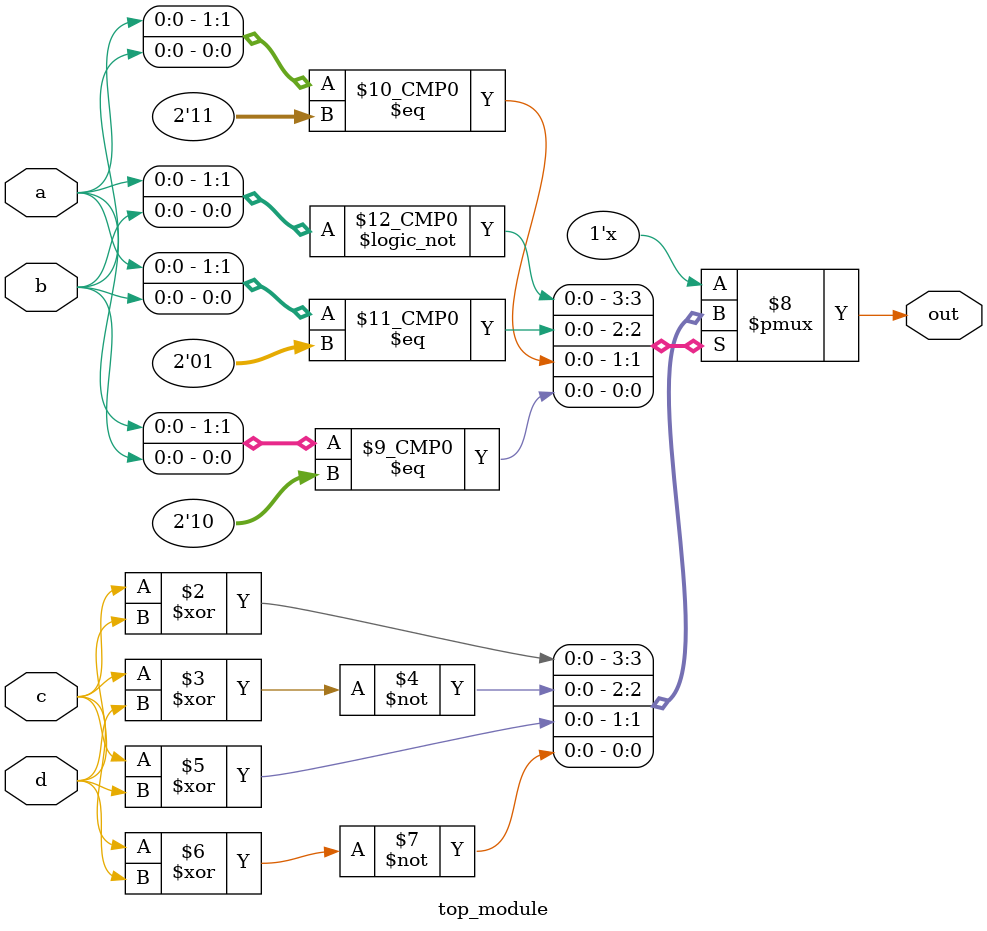
<source format=sv>
module top_module (
    input a,
    input b,
    input c,
    input d,
    output reg out
);

always @(*) begin
    case ({a, b})
        2'b00: out = c ^ d;
        2'b01: out = ~(c ^ d);
        2'b11: out = c ^ d;
        2'b10: out = ~(c ^ d);
    endcase
end

endmodule

</source>
